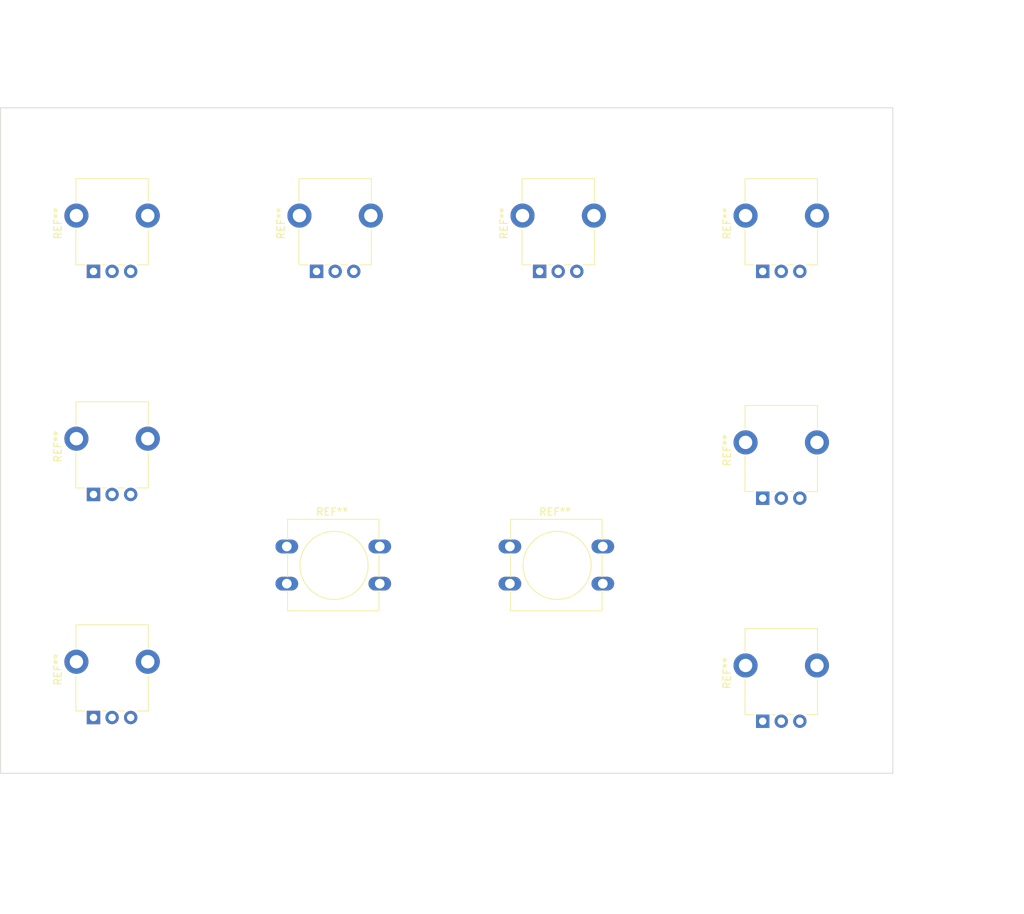
<source format=kicad_pcb>
(kicad_pcb (version 20171130) (host pcbnew "(5.1.6)-1")

  (general
    (thickness 1.6)
    (drawings 6)
    (tracks 0)
    (zones 0)
    (modules 10)
    (nets 1)
  )

  (page A4)
  (layers
    (0 F.Cu signal)
    (31 B.Cu signal)
    (32 B.Adhes user)
    (33 F.Adhes user)
    (34 B.Paste user)
    (35 F.Paste user)
    (36 B.SilkS user)
    (37 F.SilkS user)
    (38 B.Mask user)
    (39 F.Mask user)
    (40 Dwgs.User user)
    (41 Cmts.User user)
    (42 Eco1.User user)
    (43 Eco2.User user)
    (44 Edge.Cuts user)
    (45 Margin user)
    (46 B.CrtYd user)
    (47 F.CrtYd user)
    (48 B.Fab user)
    (49 F.Fab user)
  )

  (setup
    (last_trace_width 0.25)
    (trace_clearance 0.2)
    (zone_clearance 0.508)
    (zone_45_only no)
    (trace_min 0.2)
    (via_size 0.8)
    (via_drill 0.4)
    (via_min_size 0.4)
    (via_min_drill 0.3)
    (uvia_size 0.3)
    (uvia_drill 0.1)
    (uvias_allowed no)
    (uvia_min_size 0.2)
    (uvia_min_drill 0.1)
    (edge_width 0.05)
    (segment_width 0.2)
    (pcb_text_width 0.3)
    (pcb_text_size 1.5 1.5)
    (mod_edge_width 0.12)
    (mod_text_size 1 1)
    (mod_text_width 0.15)
    (pad_size 1.524 1.524)
    (pad_drill 0.762)
    (pad_to_mask_clearance 0.05)
    (aux_axis_origin 0 0)
    (visible_elements FFFFFF7F)
    (pcbplotparams
      (layerselection 0x010fc_ffffffff)
      (usegerberextensions false)
      (usegerberattributes true)
      (usegerberadvancedattributes true)
      (creategerberjobfile true)
      (excludeedgelayer true)
      (linewidth 0.100000)
      (plotframeref false)
      (viasonmask false)
      (mode 1)
      (useauxorigin false)
      (hpglpennumber 1)
      (hpglpenspeed 20)
      (hpglpendiameter 15.000000)
      (psnegative false)
      (psa4output false)
      (plotreference true)
      (plotvalue true)
      (plotinvisibletext false)
      (padsonsilk false)
      (subtractmaskfromsilk false)
      (outputformat 1)
      (mirror false)
      (drillshape 1)
      (scaleselection 1)
      (outputdirectory ""))
  )

  (net 0 "")

  (net_class Default "This is the default net class."
    (clearance 0.2)
    (trace_width 0.25)
    (via_dia 0.8)
    (via_drill 0.4)
    (uvia_dia 0.3)
    (uvia_drill 0.1)
  )

  (module Button_Switch_THT:SW_PUSH-12mm (layer F.Cu) (tedit 5D160D14) (tstamp 5FC14BC5)
    (at 140 101)
    (descr "SW PUSH 12mm https://www.e-switch.com/system/asset/product_line/data_sheet/143/TL1100.pdf")
    (tags "tact sw push 12mm")
    (fp_text reference REF** (at 6.08 -4.66) (layer F.SilkS)
      (effects (font (size 1 1) (thickness 0.15)))
    )
    (fp_text value SW_PUSH-12mm (at 6.62 9.93) (layer F.Fab)
      (effects (font (size 1 1) (thickness 0.15)))
    )
    (fp_line (start 0.25 8.5) (end 12.25 8.5) (layer F.Fab) (width 0.1))
    (fp_line (start 0.25 -3.5) (end 12.25 -3.5) (layer F.Fab) (width 0.1))
    (fp_line (start 12.25 -3.5) (end 12.25 8.5) (layer F.Fab) (width 0.1))
    (fp_line (start 0.1 -3.65) (end 12.4 -3.65) (layer F.SilkS) (width 0.12))
    (fp_line (start 12.4 0.93) (end 12.4 4.07) (layer F.SilkS) (width 0.12))
    (fp_line (start 12.4 8.65) (end 0.1 8.65) (layer F.SilkS) (width 0.12))
    (fp_line (start 0.1 -0.93) (end 0.1 -3.65) (layer F.SilkS) (width 0.12))
    (fp_line (start -1.77 -3.75) (end 14.25 -3.75) (layer F.CrtYd) (width 0.05))
    (fp_line (start -1.77 -3.75) (end -1.77 8.75) (layer F.CrtYd) (width 0.05))
    (fp_line (start 14.25 8.75) (end 14.25 -3.75) (layer F.CrtYd) (width 0.05))
    (fp_line (start 14.25 8.75) (end -1.77 8.75) (layer F.CrtYd) (width 0.05))
    (fp_circle (center 6.35 2.54) (end 10.16 5.08) (layer F.SilkS) (width 0.12))
    (fp_line (start 0.25 -3.5) (end 0.25 8.5) (layer F.Fab) (width 0.1))
    (fp_line (start 0.1 8.65) (end 0.1 5.93) (layer F.SilkS) (width 0.12))
    (fp_line (start 0.1 4.07) (end 0.1 0.93) (layer F.SilkS) (width 0.12))
    (fp_line (start 12.4 5.93) (end 12.4 8.65) (layer F.SilkS) (width 0.12))
    (fp_line (start 12.4 -3.65) (end 12.4 -0.93) (layer F.SilkS) (width 0.12))
    (fp_text user %R (at 6.35 2.54) (layer F.Fab)
      (effects (font (size 1 1) (thickness 0.15)))
    )
    (pad 1 thru_hole oval (at 12.5 0) (size 3.048 1.85) (drill 1.3) (layers *.Cu *.Mask))
    (pad 2 thru_hole oval (at 12.5 5) (size 3.048 1.85) (drill 1.3) (layers *.Cu *.Mask))
    (pad 1 thru_hole oval (at 0 0) (size 3.048 1.85) (drill 1.3) (layers *.Cu *.Mask))
    (pad 2 thru_hole oval (at 0 5) (size 3.048 1.85) (drill 1.3) (layers *.Cu *.Mask))
    (model ${KISYS3DMOD}/Button_Switch_THT.3dshapes/SW_PUSH-12mm.wrl
      (at (xyz 0 0 0))
      (scale (xyz 1 1 1))
      (rotate (xyz 0 0 0))
    )
  )

  (module Button_Switch_THT:SW_PUSH-12mm (layer F.Cu) (tedit 5D160D14) (tstamp 5FC14AF4)
    (at 110 101)
    (descr "SW PUSH 12mm https://www.e-switch.com/system/asset/product_line/data_sheet/143/TL1100.pdf")
    (tags "tact sw push 12mm")
    (fp_text reference REF** (at 6.08 -4.66) (layer F.SilkS)
      (effects (font (size 1 1) (thickness 0.15)))
    )
    (fp_text value SW_PUSH-12mm (at 6.62 9.93) (layer F.Fab)
      (effects (font (size 1 1) (thickness 0.15)))
    )
    (fp_text user %R (at 6.35 2.54) (layer F.Fab)
      (effects (font (size 1 1) (thickness 0.15)))
    )
    (fp_line (start 0.25 8.5) (end 12.25 8.5) (layer F.Fab) (width 0.1))
    (fp_line (start 0.25 -3.5) (end 12.25 -3.5) (layer F.Fab) (width 0.1))
    (fp_line (start 12.25 -3.5) (end 12.25 8.5) (layer F.Fab) (width 0.1))
    (fp_line (start 0.1 -3.65) (end 12.4 -3.65) (layer F.SilkS) (width 0.12))
    (fp_line (start 12.4 0.93) (end 12.4 4.07) (layer F.SilkS) (width 0.12))
    (fp_line (start 12.4 8.65) (end 0.1 8.65) (layer F.SilkS) (width 0.12))
    (fp_line (start 0.1 -0.93) (end 0.1 -3.65) (layer F.SilkS) (width 0.12))
    (fp_line (start -1.77 -3.75) (end 14.25 -3.75) (layer F.CrtYd) (width 0.05))
    (fp_line (start -1.77 -3.75) (end -1.77 8.75) (layer F.CrtYd) (width 0.05))
    (fp_line (start 14.25 8.75) (end 14.25 -3.75) (layer F.CrtYd) (width 0.05))
    (fp_line (start 14.25 8.75) (end -1.77 8.75) (layer F.CrtYd) (width 0.05))
    (fp_circle (center 6.35 2.54) (end 10.16 5.08) (layer F.SilkS) (width 0.12))
    (fp_line (start 0.25 -3.5) (end 0.25 8.5) (layer F.Fab) (width 0.1))
    (fp_line (start 0.1 8.65) (end 0.1 5.93) (layer F.SilkS) (width 0.12))
    (fp_line (start 0.1 4.07) (end 0.1 0.93) (layer F.SilkS) (width 0.12))
    (fp_line (start 12.4 5.93) (end 12.4 8.65) (layer F.SilkS) (width 0.12))
    (fp_line (start 12.4 -3.65) (end 12.4 -0.93) (layer F.SilkS) (width 0.12))
    (pad 2 thru_hole oval (at 0 5) (size 3.048 1.85) (drill 1.3) (layers *.Cu *.Mask))
    (pad 1 thru_hole oval (at 0 0) (size 3.048 1.85) (drill 1.3) (layers *.Cu *.Mask))
    (pad 2 thru_hole oval (at 12.5 5) (size 3.048 1.85) (drill 1.3) (layers *.Cu *.Mask))
    (pad 1 thru_hole oval (at 12.5 0) (size 3.048 1.85) (drill 1.3) (layers *.Cu *.Mask))
    (model ${KISYS3DMOD}/Button_Switch_THT.3dshapes/SW_PUSH-12mm.wrl
      (at (xyz 0 0 0))
      (scale (xyz 1 1 1))
      (rotate (xyz 0 0 0))
    )
  )

  (module Potentiometer_THT:Potentiometer_Alpha_RD901F-40-00D_Single_Vertical_CircularHoles (layer F.Cu) (tedit 5C6C6C48) (tstamp 5FC1466B)
    (at 174 124.5 90)
    (descr "Potentiometer, vertical, 9mm, single, http://www.taiwanalpha.com.tw/downloads?target=products&id=113")
    (tags "potentiometer vertical 9mm single")
    (fp_text reference REF** (at 6.45 -4.8 270) (layer F.SilkS)
      (effects (font (size 1 1) (thickness 0.15)))
    )
    (fp_text value Potentiometer_Alpha_RD901F-40-00D_Single_Vertical_CircularHoles (at 0 10.11 270) (layer F.Fab)
      (effects (font (size 1 1) (thickness 0.15)))
    )
    (fp_line (start -1.15 9.17) (end 12.6 9.17) (layer F.CrtYd) (width 0.05))
    (fp_line (start -1.15 -4.17) (end -1.15 9.17) (layer F.CrtYd) (width 0.05))
    (fp_line (start 12.6 -4.17) (end -1.15 -4.17) (layer F.CrtYd) (width 0.05))
    (fp_line (start 12.6 9.17) (end 12.6 -4.17) (layer F.CrtYd) (width 0.05))
    (fp_line (start 12.47 7.37) (end 12.47 -2.37) (layer F.SilkS) (width 0.12))
    (fp_line (start 0.88 7.37) (end 0.88 5.88) (layer F.SilkS) (width 0.12))
    (fp_line (start 9.41 7.37) (end 12.47 7.37) (layer F.SilkS) (width 0.12))
    (fp_line (start 0.88 -2.38) (end 5.6 -2.38) (layer F.SilkS) (width 0.12))
    (fp_circle (center 7.5 2.5) (end 7.5 -1) (layer F.Fab) (width 0.1))
    (fp_line (start 1 7.25) (end 1 -2.25) (layer F.Fab) (width 0.1))
    (fp_line (start 12.35 7.25) (end 12.35 -2.25) (layer F.Fab) (width 0.1))
    (fp_line (start 1 -2.25) (end 12.35 -2.25) (layer F.Fab) (width 0.1))
    (fp_line (start 1 7.25) (end 12.35 7.25) (layer F.Fab) (width 0.1))
    (fp_line (start 9.41 -2.37) (end 12.47 -2.37) (layer F.SilkS) (width 0.12))
    (fp_line (start 0.88 7.37) (end 5.6 7.37) (layer F.SilkS) (width 0.12))
    (fp_line (start 0.88 -1.19) (end 0.88 -2.37) (layer F.SilkS) (width 0.12))
    (fp_line (start 0.88 1.71) (end 0.88 1.18) (layer F.SilkS) (width 0.12))
    (fp_line (start 0.88 4.16) (end 0.88 3.33) (layer F.SilkS) (width 0.12))
    (fp_text user %R (at 7.62 2.54 90) (layer F.Fab)
      (effects (font (size 1 1) (thickness 0.15)))
    )
    (pad 1 thru_hole rect (at 0 0 180) (size 1.8 1.8) (drill 1) (layers *.Cu *.Mask))
    (pad 2 thru_hole circle (at 0 2.5 180) (size 1.8 1.8) (drill 1) (layers *.Cu *.Mask))
    (pad 3 thru_hole circle (at 0 5 180) (size 1.8 1.8) (drill 1) (layers *.Cu *.Mask))
    (pad "" thru_hole circle (at 7.5 7.3 180) (size 3.24 3.24) (drill 1.8) (layers *.Cu *.Mask))
    (pad "" thru_hole circle (at 7.5 -2.3 180) (size 3.24 3.24) (drill 1.8) (layers *.Cu *.Mask))
    (model ${KISYS3DMOD}/Potentiometer_THT.3dshapes/Potentiometer_Alpha_RD901F-40-00D_Single_Vertical.wrl
      (at (xyz 0 0 0))
      (scale (xyz 1 1 1))
      (rotate (xyz 0 0 0))
    )
  )

  (module Potentiometer_THT:Potentiometer_Alpha_RD901F-40-00D_Single_Vertical_CircularHoles (layer F.Cu) (tedit 5C6C6C48) (tstamp 5FC1466B)
    (at 174 94.5 90)
    (descr "Potentiometer, vertical, 9mm, single, http://www.taiwanalpha.com.tw/downloads?target=products&id=113")
    (tags "potentiometer vertical 9mm single")
    (fp_text reference REF** (at 6.45 -4.8 270) (layer F.SilkS)
      (effects (font (size 1 1) (thickness 0.15)))
    )
    (fp_text value Potentiometer_Alpha_RD901F-40-00D_Single_Vertical_CircularHoles (at 0 10.11 270) (layer F.Fab)
      (effects (font (size 1 1) (thickness 0.15)))
    )
    (fp_line (start -1.15 9.17) (end 12.6 9.17) (layer F.CrtYd) (width 0.05))
    (fp_line (start -1.15 -4.17) (end -1.15 9.17) (layer F.CrtYd) (width 0.05))
    (fp_line (start 12.6 -4.17) (end -1.15 -4.17) (layer F.CrtYd) (width 0.05))
    (fp_line (start 12.6 9.17) (end 12.6 -4.17) (layer F.CrtYd) (width 0.05))
    (fp_line (start 12.47 7.37) (end 12.47 -2.37) (layer F.SilkS) (width 0.12))
    (fp_line (start 0.88 7.37) (end 0.88 5.88) (layer F.SilkS) (width 0.12))
    (fp_line (start 9.41 7.37) (end 12.47 7.37) (layer F.SilkS) (width 0.12))
    (fp_line (start 0.88 -2.38) (end 5.6 -2.38) (layer F.SilkS) (width 0.12))
    (fp_circle (center 7.5 2.5) (end 7.5 -1) (layer F.Fab) (width 0.1))
    (fp_line (start 1 7.25) (end 1 -2.25) (layer F.Fab) (width 0.1))
    (fp_line (start 12.35 7.25) (end 12.35 -2.25) (layer F.Fab) (width 0.1))
    (fp_line (start 1 -2.25) (end 12.35 -2.25) (layer F.Fab) (width 0.1))
    (fp_line (start 1 7.25) (end 12.35 7.25) (layer F.Fab) (width 0.1))
    (fp_line (start 9.41 -2.37) (end 12.47 -2.37) (layer F.SilkS) (width 0.12))
    (fp_line (start 0.88 7.37) (end 5.6 7.37) (layer F.SilkS) (width 0.12))
    (fp_line (start 0.88 -1.19) (end 0.88 -2.37) (layer F.SilkS) (width 0.12))
    (fp_line (start 0.88 1.71) (end 0.88 1.18) (layer F.SilkS) (width 0.12))
    (fp_line (start 0.88 4.16) (end 0.88 3.33) (layer F.SilkS) (width 0.12))
    (fp_text user %R (at 7.62 2.54 90) (layer F.Fab)
      (effects (font (size 1 1) (thickness 0.15)))
    )
    (pad 1 thru_hole rect (at 0 0 180) (size 1.8 1.8) (drill 1) (layers *.Cu *.Mask))
    (pad 2 thru_hole circle (at 0 2.5 180) (size 1.8 1.8) (drill 1) (layers *.Cu *.Mask))
    (pad 3 thru_hole circle (at 0 5 180) (size 1.8 1.8) (drill 1) (layers *.Cu *.Mask))
    (pad "" thru_hole circle (at 7.5 7.3 180) (size 3.24 3.24) (drill 1.8) (layers *.Cu *.Mask))
    (pad "" thru_hole circle (at 7.5 -2.3 180) (size 3.24 3.24) (drill 1.8) (layers *.Cu *.Mask))
    (model ${KISYS3DMOD}/Potentiometer_THT.3dshapes/Potentiometer_Alpha_RD901F-40-00D_Single_Vertical.wrl
      (at (xyz 0 0 0))
      (scale (xyz 1 1 1))
      (rotate (xyz 0 0 0))
    )
  )

  (module Potentiometer_THT:Potentiometer_Alpha_RD901F-40-00D_Single_Vertical_CircularHoles (layer F.Cu) (tedit 5C6C6C48) (tstamp 5FC1466B)
    (at 84 124 90)
    (descr "Potentiometer, vertical, 9mm, single, http://www.taiwanalpha.com.tw/downloads?target=products&id=113")
    (tags "potentiometer vertical 9mm single")
    (fp_text reference REF** (at 6.45 -4.8 270) (layer F.SilkS)
      (effects (font (size 1 1) (thickness 0.15)))
    )
    (fp_text value Potentiometer_Alpha_RD901F-40-00D_Single_Vertical_CircularHoles (at 0 10.11 270) (layer F.Fab)
      (effects (font (size 1 1) (thickness 0.15)))
    )
    (fp_line (start -1.15 9.17) (end 12.6 9.17) (layer F.CrtYd) (width 0.05))
    (fp_line (start -1.15 -4.17) (end -1.15 9.17) (layer F.CrtYd) (width 0.05))
    (fp_line (start 12.6 -4.17) (end -1.15 -4.17) (layer F.CrtYd) (width 0.05))
    (fp_line (start 12.6 9.17) (end 12.6 -4.17) (layer F.CrtYd) (width 0.05))
    (fp_line (start 12.47 7.37) (end 12.47 -2.37) (layer F.SilkS) (width 0.12))
    (fp_line (start 0.88 7.37) (end 0.88 5.88) (layer F.SilkS) (width 0.12))
    (fp_line (start 9.41 7.37) (end 12.47 7.37) (layer F.SilkS) (width 0.12))
    (fp_line (start 0.88 -2.38) (end 5.6 -2.38) (layer F.SilkS) (width 0.12))
    (fp_circle (center 7.5 2.5) (end 7.5 -1) (layer F.Fab) (width 0.1))
    (fp_line (start 1 7.25) (end 1 -2.25) (layer F.Fab) (width 0.1))
    (fp_line (start 12.35 7.25) (end 12.35 -2.25) (layer F.Fab) (width 0.1))
    (fp_line (start 1 -2.25) (end 12.35 -2.25) (layer F.Fab) (width 0.1))
    (fp_line (start 1 7.25) (end 12.35 7.25) (layer F.Fab) (width 0.1))
    (fp_line (start 9.41 -2.37) (end 12.47 -2.37) (layer F.SilkS) (width 0.12))
    (fp_line (start 0.88 7.37) (end 5.6 7.37) (layer F.SilkS) (width 0.12))
    (fp_line (start 0.88 -1.19) (end 0.88 -2.37) (layer F.SilkS) (width 0.12))
    (fp_line (start 0.88 1.71) (end 0.88 1.18) (layer F.SilkS) (width 0.12))
    (fp_line (start 0.88 4.16) (end 0.88 3.33) (layer F.SilkS) (width 0.12))
    (fp_text user %R (at 7.62 2.54 90) (layer F.Fab)
      (effects (font (size 1 1) (thickness 0.15)))
    )
    (pad 1 thru_hole rect (at 0 0 180) (size 1.8 1.8) (drill 1) (layers *.Cu *.Mask))
    (pad 2 thru_hole circle (at 0 2.5 180) (size 1.8 1.8) (drill 1) (layers *.Cu *.Mask))
    (pad 3 thru_hole circle (at 0 5 180) (size 1.8 1.8) (drill 1) (layers *.Cu *.Mask))
    (pad "" thru_hole circle (at 7.5 7.3 180) (size 3.24 3.24) (drill 1.8) (layers *.Cu *.Mask))
    (pad "" thru_hole circle (at 7.5 -2.3 180) (size 3.24 3.24) (drill 1.8) (layers *.Cu *.Mask))
    (model ${KISYS3DMOD}/Potentiometer_THT.3dshapes/Potentiometer_Alpha_RD901F-40-00D_Single_Vertical.wrl
      (at (xyz 0 0 0))
      (scale (xyz 1 1 1))
      (rotate (xyz 0 0 0))
    )
  )

  (module Potentiometer_THT:Potentiometer_Alpha_RD901F-40-00D_Single_Vertical_CircularHoles (layer F.Cu) (tedit 5C6C6C48) (tstamp 5FC1466B)
    (at 84 94 90)
    (descr "Potentiometer, vertical, 9mm, single, http://www.taiwanalpha.com.tw/downloads?target=products&id=113")
    (tags "potentiometer vertical 9mm single")
    (fp_text reference REF** (at 6.45 -4.8 270) (layer F.SilkS)
      (effects (font (size 1 1) (thickness 0.15)))
    )
    (fp_text value Potentiometer_Alpha_RD901F-40-00D_Single_Vertical_CircularHoles (at 0 10.11 270) (layer F.Fab)
      (effects (font (size 1 1) (thickness 0.15)))
    )
    (fp_line (start -1.15 9.17) (end 12.6 9.17) (layer F.CrtYd) (width 0.05))
    (fp_line (start -1.15 -4.17) (end -1.15 9.17) (layer F.CrtYd) (width 0.05))
    (fp_line (start 12.6 -4.17) (end -1.15 -4.17) (layer F.CrtYd) (width 0.05))
    (fp_line (start 12.6 9.17) (end 12.6 -4.17) (layer F.CrtYd) (width 0.05))
    (fp_line (start 12.47 7.37) (end 12.47 -2.37) (layer F.SilkS) (width 0.12))
    (fp_line (start 0.88 7.37) (end 0.88 5.88) (layer F.SilkS) (width 0.12))
    (fp_line (start 9.41 7.37) (end 12.47 7.37) (layer F.SilkS) (width 0.12))
    (fp_line (start 0.88 -2.38) (end 5.6 -2.38) (layer F.SilkS) (width 0.12))
    (fp_circle (center 7.5 2.5) (end 7.5 -1) (layer F.Fab) (width 0.1))
    (fp_line (start 1 7.25) (end 1 -2.25) (layer F.Fab) (width 0.1))
    (fp_line (start 12.35 7.25) (end 12.35 -2.25) (layer F.Fab) (width 0.1))
    (fp_line (start 1 -2.25) (end 12.35 -2.25) (layer F.Fab) (width 0.1))
    (fp_line (start 1 7.25) (end 12.35 7.25) (layer F.Fab) (width 0.1))
    (fp_line (start 9.41 -2.37) (end 12.47 -2.37) (layer F.SilkS) (width 0.12))
    (fp_line (start 0.88 7.37) (end 5.6 7.37) (layer F.SilkS) (width 0.12))
    (fp_line (start 0.88 -1.19) (end 0.88 -2.37) (layer F.SilkS) (width 0.12))
    (fp_line (start 0.88 1.71) (end 0.88 1.18) (layer F.SilkS) (width 0.12))
    (fp_line (start 0.88 4.16) (end 0.88 3.33) (layer F.SilkS) (width 0.12))
    (fp_text user %R (at 7.62 2.54 90) (layer F.Fab)
      (effects (font (size 1 1) (thickness 0.15)))
    )
    (pad 1 thru_hole rect (at 0 0 180) (size 1.8 1.8) (drill 1) (layers *.Cu *.Mask))
    (pad 2 thru_hole circle (at 0 2.5 180) (size 1.8 1.8) (drill 1) (layers *.Cu *.Mask))
    (pad 3 thru_hole circle (at 0 5 180) (size 1.8 1.8) (drill 1) (layers *.Cu *.Mask))
    (pad "" thru_hole circle (at 7.5 7.3 180) (size 3.24 3.24) (drill 1.8) (layers *.Cu *.Mask))
    (pad "" thru_hole circle (at 7.5 -2.3 180) (size 3.24 3.24) (drill 1.8) (layers *.Cu *.Mask))
    (model ${KISYS3DMOD}/Potentiometer_THT.3dshapes/Potentiometer_Alpha_RD901F-40-00D_Single_Vertical.wrl
      (at (xyz 0 0 0))
      (scale (xyz 1 1 1))
      (rotate (xyz 0 0 0))
    )
  )

  (module Potentiometer_THT:Potentiometer_Alpha_RD901F-40-00D_Single_Vertical_CircularHoles (layer F.Cu) (tedit 5C6C6C48) (tstamp 5FC1466B)
    (at 174 64 90)
    (descr "Potentiometer, vertical, 9mm, single, http://www.taiwanalpha.com.tw/downloads?target=products&id=113")
    (tags "potentiometer vertical 9mm single")
    (fp_text reference REF** (at 6.45 -4.8 270) (layer F.SilkS)
      (effects (font (size 1 1) (thickness 0.15)))
    )
    (fp_text value Potentiometer_Alpha_RD901F-40-00D_Single_Vertical_CircularHoles (at 0 10.11 270) (layer F.Fab)
      (effects (font (size 1 1) (thickness 0.15)))
    )
    (fp_line (start -1.15 9.17) (end 12.6 9.17) (layer F.CrtYd) (width 0.05))
    (fp_line (start -1.15 -4.17) (end -1.15 9.17) (layer F.CrtYd) (width 0.05))
    (fp_line (start 12.6 -4.17) (end -1.15 -4.17) (layer F.CrtYd) (width 0.05))
    (fp_line (start 12.6 9.17) (end 12.6 -4.17) (layer F.CrtYd) (width 0.05))
    (fp_line (start 12.47 7.37) (end 12.47 -2.37) (layer F.SilkS) (width 0.12))
    (fp_line (start 0.88 7.37) (end 0.88 5.88) (layer F.SilkS) (width 0.12))
    (fp_line (start 9.41 7.37) (end 12.47 7.37) (layer F.SilkS) (width 0.12))
    (fp_line (start 0.88 -2.38) (end 5.6 -2.38) (layer F.SilkS) (width 0.12))
    (fp_circle (center 7.5 2.5) (end 7.5 -1) (layer F.Fab) (width 0.1))
    (fp_line (start 1 7.25) (end 1 -2.25) (layer F.Fab) (width 0.1))
    (fp_line (start 12.35 7.25) (end 12.35 -2.25) (layer F.Fab) (width 0.1))
    (fp_line (start 1 -2.25) (end 12.35 -2.25) (layer F.Fab) (width 0.1))
    (fp_line (start 1 7.25) (end 12.35 7.25) (layer F.Fab) (width 0.1))
    (fp_line (start 9.41 -2.37) (end 12.47 -2.37) (layer F.SilkS) (width 0.12))
    (fp_line (start 0.88 7.37) (end 5.6 7.37) (layer F.SilkS) (width 0.12))
    (fp_line (start 0.88 -1.19) (end 0.88 -2.37) (layer F.SilkS) (width 0.12))
    (fp_line (start 0.88 1.71) (end 0.88 1.18) (layer F.SilkS) (width 0.12))
    (fp_line (start 0.88 4.16) (end 0.88 3.33) (layer F.SilkS) (width 0.12))
    (fp_text user %R (at 7.62 2.54 90) (layer F.Fab)
      (effects (font (size 1 1) (thickness 0.15)))
    )
    (pad 1 thru_hole rect (at 0 0 180) (size 1.8 1.8) (drill 1) (layers *.Cu *.Mask))
    (pad 2 thru_hole circle (at 0 2.5 180) (size 1.8 1.8) (drill 1) (layers *.Cu *.Mask))
    (pad 3 thru_hole circle (at 0 5 180) (size 1.8 1.8) (drill 1) (layers *.Cu *.Mask))
    (pad "" thru_hole circle (at 7.5 7.3 180) (size 3.24 3.24) (drill 1.8) (layers *.Cu *.Mask))
    (pad "" thru_hole circle (at 7.5 -2.3 180) (size 3.24 3.24) (drill 1.8) (layers *.Cu *.Mask))
    (model ${KISYS3DMOD}/Potentiometer_THT.3dshapes/Potentiometer_Alpha_RD901F-40-00D_Single_Vertical.wrl
      (at (xyz 0 0 0))
      (scale (xyz 1 1 1))
      (rotate (xyz 0 0 0))
    )
  )

  (module Potentiometer_THT:Potentiometer_Alpha_RD901F-40-00D_Single_Vertical_CircularHoles (layer F.Cu) (tedit 5C6C6C48) (tstamp 5FC1466B)
    (at 144 64 90)
    (descr "Potentiometer, vertical, 9mm, single, http://www.taiwanalpha.com.tw/downloads?target=products&id=113")
    (tags "potentiometer vertical 9mm single")
    (fp_text reference REF** (at 6.45 -4.8 270) (layer F.SilkS)
      (effects (font (size 1 1) (thickness 0.15)))
    )
    (fp_text value Potentiometer_Alpha_RD901F-40-00D_Single_Vertical_CircularHoles (at 0 10.11 270) (layer F.Fab)
      (effects (font (size 1 1) (thickness 0.15)))
    )
    (fp_line (start -1.15 9.17) (end 12.6 9.17) (layer F.CrtYd) (width 0.05))
    (fp_line (start -1.15 -4.17) (end -1.15 9.17) (layer F.CrtYd) (width 0.05))
    (fp_line (start 12.6 -4.17) (end -1.15 -4.17) (layer F.CrtYd) (width 0.05))
    (fp_line (start 12.6 9.17) (end 12.6 -4.17) (layer F.CrtYd) (width 0.05))
    (fp_line (start 12.47 7.37) (end 12.47 -2.37) (layer F.SilkS) (width 0.12))
    (fp_line (start 0.88 7.37) (end 0.88 5.88) (layer F.SilkS) (width 0.12))
    (fp_line (start 9.41 7.37) (end 12.47 7.37) (layer F.SilkS) (width 0.12))
    (fp_line (start 0.88 -2.38) (end 5.6 -2.38) (layer F.SilkS) (width 0.12))
    (fp_circle (center 7.5 2.5) (end 7.5 -1) (layer F.Fab) (width 0.1))
    (fp_line (start 1 7.25) (end 1 -2.25) (layer F.Fab) (width 0.1))
    (fp_line (start 12.35 7.25) (end 12.35 -2.25) (layer F.Fab) (width 0.1))
    (fp_line (start 1 -2.25) (end 12.35 -2.25) (layer F.Fab) (width 0.1))
    (fp_line (start 1 7.25) (end 12.35 7.25) (layer F.Fab) (width 0.1))
    (fp_line (start 9.41 -2.37) (end 12.47 -2.37) (layer F.SilkS) (width 0.12))
    (fp_line (start 0.88 7.37) (end 5.6 7.37) (layer F.SilkS) (width 0.12))
    (fp_line (start 0.88 -1.19) (end 0.88 -2.37) (layer F.SilkS) (width 0.12))
    (fp_line (start 0.88 1.71) (end 0.88 1.18) (layer F.SilkS) (width 0.12))
    (fp_line (start 0.88 4.16) (end 0.88 3.33) (layer F.SilkS) (width 0.12))
    (fp_text user %R (at 7.62 2.54 90) (layer F.Fab)
      (effects (font (size 1 1) (thickness 0.15)))
    )
    (pad 1 thru_hole rect (at 0 0 180) (size 1.8 1.8) (drill 1) (layers *.Cu *.Mask))
    (pad 2 thru_hole circle (at 0 2.5 180) (size 1.8 1.8) (drill 1) (layers *.Cu *.Mask))
    (pad 3 thru_hole circle (at 0 5 180) (size 1.8 1.8) (drill 1) (layers *.Cu *.Mask))
    (pad "" thru_hole circle (at 7.5 7.3 180) (size 3.24 3.24) (drill 1.8) (layers *.Cu *.Mask))
    (pad "" thru_hole circle (at 7.5 -2.3 180) (size 3.24 3.24) (drill 1.8) (layers *.Cu *.Mask))
    (model ${KISYS3DMOD}/Potentiometer_THT.3dshapes/Potentiometer_Alpha_RD901F-40-00D_Single_Vertical.wrl
      (at (xyz 0 0 0))
      (scale (xyz 1 1 1))
      (rotate (xyz 0 0 0))
    )
  )

  (module Potentiometer_THT:Potentiometer_Alpha_RD901F-40-00D_Single_Vertical_CircularHoles (layer F.Cu) (tedit 5C6C6C48) (tstamp 5FC1466B)
    (at 114 64 90)
    (descr "Potentiometer, vertical, 9mm, single, http://www.taiwanalpha.com.tw/downloads?target=products&id=113")
    (tags "potentiometer vertical 9mm single")
    (fp_text reference REF** (at 6.45 -4.8 270) (layer F.SilkS)
      (effects (font (size 1 1) (thickness 0.15)))
    )
    (fp_text value Potentiometer_Alpha_RD901F-40-00D_Single_Vertical_CircularHoles (at 0 10.11 270) (layer F.Fab)
      (effects (font (size 1 1) (thickness 0.15)))
    )
    (fp_line (start -1.15 9.17) (end 12.6 9.17) (layer F.CrtYd) (width 0.05))
    (fp_line (start -1.15 -4.17) (end -1.15 9.17) (layer F.CrtYd) (width 0.05))
    (fp_line (start 12.6 -4.17) (end -1.15 -4.17) (layer F.CrtYd) (width 0.05))
    (fp_line (start 12.6 9.17) (end 12.6 -4.17) (layer F.CrtYd) (width 0.05))
    (fp_line (start 12.47 7.37) (end 12.47 -2.37) (layer F.SilkS) (width 0.12))
    (fp_line (start 0.88 7.37) (end 0.88 5.88) (layer F.SilkS) (width 0.12))
    (fp_line (start 9.41 7.37) (end 12.47 7.37) (layer F.SilkS) (width 0.12))
    (fp_line (start 0.88 -2.38) (end 5.6 -2.38) (layer F.SilkS) (width 0.12))
    (fp_circle (center 7.5 2.5) (end 7.5 -1) (layer F.Fab) (width 0.1))
    (fp_line (start 1 7.25) (end 1 -2.25) (layer F.Fab) (width 0.1))
    (fp_line (start 12.35 7.25) (end 12.35 -2.25) (layer F.Fab) (width 0.1))
    (fp_line (start 1 -2.25) (end 12.35 -2.25) (layer F.Fab) (width 0.1))
    (fp_line (start 1 7.25) (end 12.35 7.25) (layer F.Fab) (width 0.1))
    (fp_line (start 9.41 -2.37) (end 12.47 -2.37) (layer F.SilkS) (width 0.12))
    (fp_line (start 0.88 7.37) (end 5.6 7.37) (layer F.SilkS) (width 0.12))
    (fp_line (start 0.88 -1.19) (end 0.88 -2.37) (layer F.SilkS) (width 0.12))
    (fp_line (start 0.88 1.71) (end 0.88 1.18) (layer F.SilkS) (width 0.12))
    (fp_line (start 0.88 4.16) (end 0.88 3.33) (layer F.SilkS) (width 0.12))
    (fp_text user %R (at 7.62 2.54 90) (layer F.Fab)
      (effects (font (size 1 1) (thickness 0.15)))
    )
    (pad 1 thru_hole rect (at 0 0 180) (size 1.8 1.8) (drill 1) (layers *.Cu *.Mask))
    (pad 2 thru_hole circle (at 0 2.5 180) (size 1.8 1.8) (drill 1) (layers *.Cu *.Mask))
    (pad 3 thru_hole circle (at 0 5 180) (size 1.8 1.8) (drill 1) (layers *.Cu *.Mask))
    (pad "" thru_hole circle (at 7.5 7.3 180) (size 3.24 3.24) (drill 1.8) (layers *.Cu *.Mask))
    (pad "" thru_hole circle (at 7.5 -2.3 180) (size 3.24 3.24) (drill 1.8) (layers *.Cu *.Mask))
    (model ${KISYS3DMOD}/Potentiometer_THT.3dshapes/Potentiometer_Alpha_RD901F-40-00D_Single_Vertical.wrl
      (at (xyz 0 0 0))
      (scale (xyz 1 1 1))
      (rotate (xyz 0 0 0))
    )
  )

  (module Potentiometer_THT:Potentiometer_Alpha_RD901F-40-00D_Single_Vertical_CircularHoles (layer F.Cu) (tedit 5C6C6C48) (tstamp 5FC1464E)
    (at 84 64 90)
    (descr "Potentiometer, vertical, 9mm, single, http://www.taiwanalpha.com.tw/downloads?target=products&id=113")
    (tags "potentiometer vertical 9mm single")
    (fp_text reference REF** (at 6.45 -4.8 270) (layer F.SilkS)
      (effects (font (size 1 1) (thickness 0.15)))
    )
    (fp_text value Potentiometer_Alpha_RD901F-40-00D_Single_Vertical_CircularHoles (at 0 10.11 270) (layer F.Fab)
      (effects (font (size 1 1) (thickness 0.15)))
    )
    (fp_text user %R (at 7.62 2.54 90) (layer F.Fab)
      (effects (font (size 1 1) (thickness 0.15)))
    )
    (fp_line (start -1.15 9.17) (end 12.6 9.17) (layer F.CrtYd) (width 0.05))
    (fp_line (start -1.15 -4.17) (end -1.15 9.17) (layer F.CrtYd) (width 0.05))
    (fp_line (start 12.6 -4.17) (end -1.15 -4.17) (layer F.CrtYd) (width 0.05))
    (fp_line (start 12.6 9.17) (end 12.6 -4.17) (layer F.CrtYd) (width 0.05))
    (fp_line (start 12.47 7.37) (end 12.47 -2.37) (layer F.SilkS) (width 0.12))
    (fp_line (start 0.88 7.37) (end 0.88 5.88) (layer F.SilkS) (width 0.12))
    (fp_line (start 9.41 7.37) (end 12.47 7.37) (layer F.SilkS) (width 0.12))
    (fp_line (start 0.88 -2.38) (end 5.6 -2.38) (layer F.SilkS) (width 0.12))
    (fp_circle (center 7.5 2.5) (end 7.5 -1) (layer F.Fab) (width 0.1))
    (fp_line (start 1 7.25) (end 1 -2.25) (layer F.Fab) (width 0.1))
    (fp_line (start 12.35 7.25) (end 12.35 -2.25) (layer F.Fab) (width 0.1))
    (fp_line (start 1 -2.25) (end 12.35 -2.25) (layer F.Fab) (width 0.1))
    (fp_line (start 1 7.25) (end 12.35 7.25) (layer F.Fab) (width 0.1))
    (fp_line (start 9.41 -2.37) (end 12.47 -2.37) (layer F.SilkS) (width 0.12))
    (fp_line (start 0.88 7.37) (end 5.6 7.37) (layer F.SilkS) (width 0.12))
    (fp_line (start 0.88 -1.19) (end 0.88 -2.37) (layer F.SilkS) (width 0.12))
    (fp_line (start 0.88 1.71) (end 0.88 1.18) (layer F.SilkS) (width 0.12))
    (fp_line (start 0.88 4.16) (end 0.88 3.33) (layer F.SilkS) (width 0.12))
    (pad "" thru_hole circle (at 7.5 -2.3 180) (size 3.24 3.24) (drill 1.8) (layers *.Cu *.Mask))
    (pad "" thru_hole circle (at 7.5 7.3 180) (size 3.24 3.24) (drill 1.8) (layers *.Cu *.Mask))
    (pad 3 thru_hole circle (at 0 5 180) (size 1.8 1.8) (drill 1) (layers *.Cu *.Mask))
    (pad 2 thru_hole circle (at 0 2.5 180) (size 1.8 1.8) (drill 1) (layers *.Cu *.Mask))
    (pad 1 thru_hole rect (at 0 0 180) (size 1.8 1.8) (drill 1) (layers *.Cu *.Mask))
    (model ${KISYS3DMOD}/Potentiometer_THT.3dshapes/Potentiometer_Alpha_RD901F-40-00D_Single_Vertical.wrl
      (at (xyz 0 0 0))
      (scale (xyz 1 1 1))
      (rotate (xyz 0 0 0))
    )
  )

  (dimension 120 (width 0.15) (layer Dwgs.User)
    (gr_text "120.000 mm" (at 131.5 28.2) (layer Dwgs.User)
      (effects (font (size 1 1) (thickness 0.15)))
    )
    (feature1 (pts (xy 191.5 42) (xy 191.5 28.913579)))
    (feature2 (pts (xy 71.5 42) (xy 71.5 28.913579)))
    (crossbar (pts (xy 71.5 29.5) (xy 191.5 29.5)))
    (arrow1a (pts (xy 191.5 29.5) (xy 190.373496 30.086421)))
    (arrow1b (pts (xy 191.5 29.5) (xy 190.373496 28.913579)))
    (arrow2a (pts (xy 71.5 29.5) (xy 72.626504 30.086421)))
    (arrow2b (pts (xy 71.5 29.5) (xy 72.626504 28.913579)))
  )
  (dimension 89.5 (width 0.15) (layer Dwgs.User)
    (gr_text "89.500 mm" (at 207.8 86.75 270) (layer Dwgs.User)
      (effects (font (size 1 1) (thickness 0.15)))
    )
    (feature1 (pts (xy 191.5 131.5) (xy 207.086421 131.5)))
    (feature2 (pts (xy 191.5 42) (xy 207.086421 42)))
    (crossbar (pts (xy 206.5 42) (xy 206.5 131.5)))
    (arrow1a (pts (xy 206.5 131.5) (xy 205.913579 130.373496)))
    (arrow1b (pts (xy 206.5 131.5) (xy 207.086421 130.373496)))
    (arrow2a (pts (xy 206.5 42) (xy 205.913579 43.126504)))
    (arrow2b (pts (xy 206.5 42) (xy 207.086421 43.126504)))
  )
  (gr_line (start 191.5 42) (end 191.5 131.5) (layer Edge.Cuts) (width 0.1))
  (gr_line (start 71.5 42) (end 191.5 42) (layer Edge.Cuts) (width 0.1))
  (gr_line (start 71.5 131.5) (end 71.5 42) (layer Edge.Cuts) (width 0.1))
  (gr_line (start 191.5 131.5) (end 71.5 131.5) (layer Edge.Cuts) (width 0.1))

)

</source>
